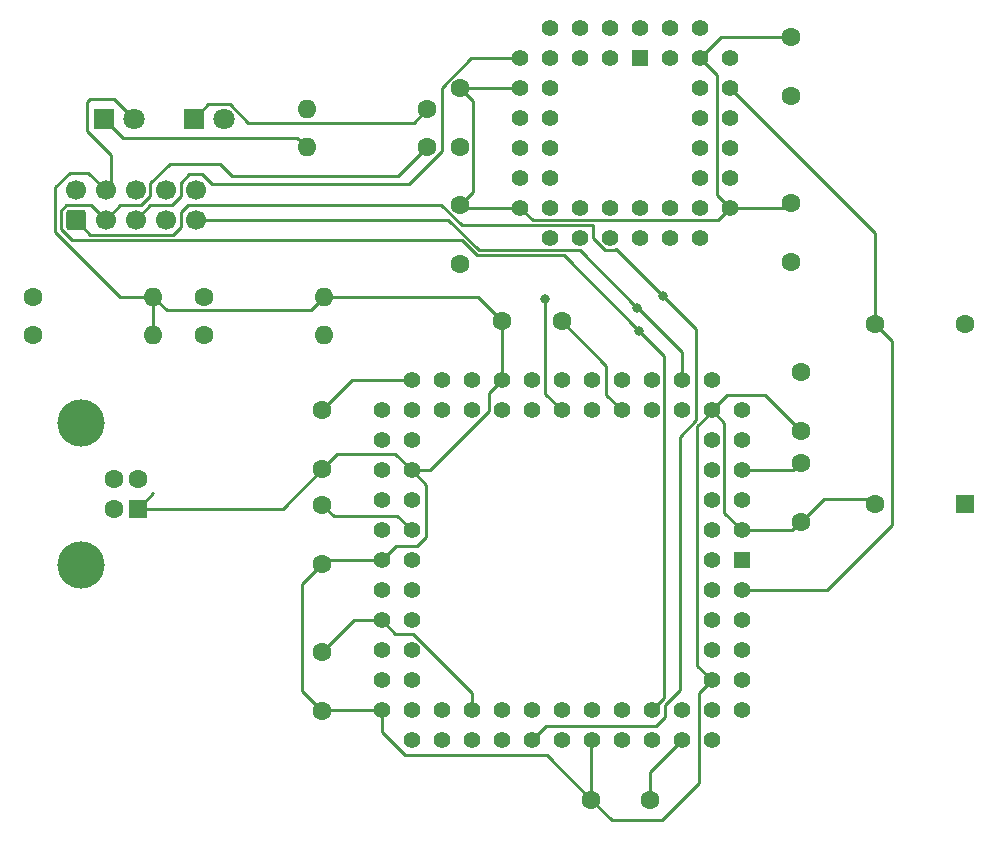
<source format=gbr>
%TF.GenerationSoftware,KiCad,Pcbnew,7.0.5*%
%TF.CreationDate,2024-01-01T15:58:53-07:00*%
%TF.ProjectId,max7000s84 programmer,6d617837-3030-4307-9338-342070726f67,rev?*%
%TF.SameCoordinates,Original*%
%TF.FileFunction,Copper,L1,Top*%
%TF.FilePolarity,Positive*%
%FSLAX46Y46*%
G04 Gerber Fmt 4.6, Leading zero omitted, Abs format (unit mm)*
G04 Created by KiCad (PCBNEW 7.0.5) date 2024-01-01 15:58:53*
%MOMM*%
%LPD*%
G01*
G04 APERTURE LIST*
G04 Aperture macros list*
%AMRoundRect*
0 Rectangle with rounded corners*
0 $1 Rounding radius*
0 $2 $3 $4 $5 $6 $7 $8 $9 X,Y pos of 4 corners*
0 Add a 4 corners polygon primitive as box body*
4,1,4,$2,$3,$4,$5,$6,$7,$8,$9,$2,$3,0*
0 Add four circle primitives for the rounded corners*
1,1,$1+$1,$2,$3*
1,1,$1+$1,$4,$5*
1,1,$1+$1,$6,$7*
1,1,$1+$1,$8,$9*
0 Add four rect primitives between the rounded corners*
20,1,$1+$1,$2,$3,$4,$5,0*
20,1,$1+$1,$4,$5,$6,$7,0*
20,1,$1+$1,$6,$7,$8,$9,0*
20,1,$1+$1,$8,$9,$2,$3,0*%
G04 Aperture macros list end*
%TA.AperFunction,ComponentPad*%
%ADD10O,1.600000X1.600000*%
%TD*%
%TA.AperFunction,ComponentPad*%
%ADD11C,1.600000*%
%TD*%
%TA.AperFunction,ComponentPad*%
%ADD12RoundRect,0.250000X0.600000X-0.600000X0.600000X0.600000X-0.600000X0.600000X-0.600000X-0.600000X0*%
%TD*%
%TA.AperFunction,ComponentPad*%
%ADD13C,1.700000*%
%TD*%
%TA.AperFunction,ComponentPad*%
%ADD14R,1.600000X1.600000*%
%TD*%
%TA.AperFunction,ComponentPad*%
%ADD15C,4.000000*%
%TD*%
%TA.AperFunction,ComponentPad*%
%ADD16R,1.422400X1.422400*%
%TD*%
%TA.AperFunction,ComponentPad*%
%ADD17C,1.422400*%
%TD*%
%TA.AperFunction,ComponentPad*%
%ADD18R,1.800000X1.800000*%
%TD*%
%TA.AperFunction,ComponentPad*%
%ADD19C,1.800000*%
%TD*%
%TA.AperFunction,ViaPad*%
%ADD20C,0.800000*%
%TD*%
%TA.AperFunction,Conductor*%
%ADD21C,0.250000*%
%TD*%
G04 APERTURE END LIST*
D10*
%TO.P,R4,2*%
%TO.N,GND*%
X95330000Y-78500000D03*
D11*
%TO.P,R4,1*%
%TO.N,/JTAG.TDI*%
X85170000Y-78500000D03*
%TD*%
%TO.P,R2,1*%
%TO.N,/JTAG.TDO*%
X70670000Y-78500000D03*
D10*
%TO.P,R2,2*%
%TO.N,VCC*%
X80830000Y-78500000D03*
%TD*%
D11*
%TO.P,R3,1*%
%TO.N,/JTAG.TMS*%
X85170000Y-75250000D03*
D10*
%TO.P,R3,2*%
%TO.N,VCC*%
X95330000Y-75250000D03*
%TD*%
D11*
%TO.P,R1,1*%
%TO.N,/JTAG.TCK*%
X70670000Y-75250000D03*
D10*
%TO.P,R1,2*%
%TO.N,VCC*%
X80830000Y-75250000D03*
%TD*%
D12*
%TO.P,J1,1,TCK*%
%TO.N,/JTAG.TCK*%
X74250000Y-68750000D03*
D13*
%TO.P,J1,2,GND*%
%TO.N,unconnected-(J1-GND-Pad2)*%
X74250000Y-66210000D03*
%TO.P,J1,3,TDO*%
%TO.N,/JTAG.TDO*%
X76790000Y-68750000D03*
%TO.P,J1,4,VCC*%
%TO.N,VCC*%
X76790000Y-66210000D03*
%TO.P,J1,5,TMS*%
%TO.N,/JTAG.TMS*%
X79330000Y-68750000D03*
%TO.P,J1,6,NC*%
%TO.N,unconnected-(J1-NC-Pad6)*%
X79330000Y-66210000D03*
%TO.P,J1,7,NC*%
%TO.N,unconnected-(J1-NC-Pad7)*%
X81870000Y-68750000D03*
%TO.P,J1,8,NC*%
%TO.N,unconnected-(J1-NC-Pad8)*%
X81870000Y-66210000D03*
%TO.P,J1,9,TDI*%
%TO.N,/JTAG.TDI*%
X84410000Y-68750000D03*
%TO.P,J1,10,GND*%
%TO.N,GND*%
X84410000Y-66210000D03*
%TD*%
D11*
%TO.P,C7,1*%
%TO.N,VCC*%
X117900000Y-117860000D03*
%TO.P,C7,2*%
%TO.N,GND*%
X122900000Y-117860000D03*
%TD*%
D14*
%TO.P,J2,1,VBUS*%
%TO.N,VCC*%
X79537500Y-93200000D03*
D11*
%TO.P,J2,2,D-*%
%TO.N,unconnected-(J2-D--Pad2)*%
X79537500Y-90700000D03*
%TO.P,J2,3,D+*%
%TO.N,unconnected-(J2-D+-Pad3)*%
X77537500Y-90700000D03*
%TO.P,J2,4,GND*%
%TO.N,GND*%
X77537500Y-93200000D03*
D15*
%TO.P,J2,5,Shield*%
X74677500Y-97950000D03*
X74677500Y-85950000D03*
%TD*%
D11*
%TO.P,C6,1*%
%TO.N,VCC*%
X95150000Y-110360000D03*
%TO.P,C6,2*%
%TO.N,GND*%
X95150000Y-105360000D03*
%TD*%
%TO.P,R6,1*%
%TO.N,Net-(D2-K)*%
X104000000Y-59400000D03*
D10*
%TO.P,R6,2*%
%TO.N,GND*%
X93840000Y-59400000D03*
%TD*%
D11*
%TO.P,R5,1*%
%TO.N,/JTAG.TDO*%
X104000000Y-62600000D03*
D10*
%TO.P,R5,2*%
%TO.N,Net-(D1-K)*%
X93840000Y-62600000D03*
%TD*%
D16*
%TO.P,U2,1,IO1(TDI)*%
%TO.N,/JTAG.TDI*%
X122070000Y-55050000D03*
D17*
%TO.P,U2,2,IO2*%
%TO.N,unconnected-(U2-IO2-Pad2)*%
X119530000Y-52510000D03*
%TO.P,U2,3,IO3*%
%TO.N,unconnected-(U2-IO3-Pad3)*%
X119530000Y-55050000D03*
%TO.P,U2,4,GND*%
%TO.N,GND*%
X116990000Y-52510000D03*
%TO.P,U2,5,IO4*%
%TO.N,unconnected-(U2-IO4-Pad5)*%
X116990000Y-55050000D03*
%TO.P,U2,6,IO5*%
%TO.N,unconnected-(U2-IO5-Pad6)*%
X114450000Y-52510000D03*
%TO.P,U2,7,IO6(TMS)*%
%TO.N,/JTAG.TMS*%
X111910000Y-55050000D03*
%TO.P,U2,8,IO7*%
%TO.N,unconnected-(U2-IO7-Pad8)*%
X114450000Y-55050000D03*
%TO.P,U2,9,VCC*%
%TO.N,VCC*%
X111910000Y-57590000D03*
%TO.P,U2,10,IO8*%
%TO.N,unconnected-(U2-IO8-Pad10)*%
X114450000Y-57590000D03*
%TO.P,U2,11,IO9*%
%TO.N,unconnected-(U2-IO9-Pad11)*%
X111910000Y-60130000D03*
%TO.P,U2,12,IO10*%
%TO.N,unconnected-(U2-IO10-Pad12)*%
X114450000Y-60130000D03*
%TO.P,U2,13,IO11*%
%TO.N,unconnected-(U2-IO11-Pad13)*%
X111910000Y-62670000D03*
%TO.P,U2,14,IO12*%
%TO.N,unconnected-(U2-IO12-Pad14)*%
X114450000Y-62670000D03*
%TO.P,U2,15,IO13*%
%TO.N,unconnected-(U2-IO13-Pad15)*%
X111910000Y-65210000D03*
%TO.P,U2,16,GND*%
%TO.N,GND*%
X114450000Y-65210000D03*
%TO.P,U2,17,VCC*%
%TO.N,VCC*%
X111910000Y-67750000D03*
%TO.P,U2,18,IO14*%
%TO.N,unconnected-(U2-IO14-Pad18)*%
X114450000Y-70290000D03*
%TO.P,U2,19,IO15*%
%TO.N,unconnected-(U2-IO15-Pad19)*%
X114450000Y-67750000D03*
%TO.P,U2,20,IO16*%
%TO.N,unconnected-(U2-IO16-Pad20)*%
X116990000Y-70290000D03*
%TO.P,U2,21,IO17*%
%TO.N,unconnected-(U2-IO17-Pad21)*%
X116990000Y-67750000D03*
%TO.P,U2,22,IO18*%
%TO.N,unconnected-(U2-IO18-Pad22)*%
X119530000Y-70290000D03*
%TO.P,U2,23,IO19*%
%TO.N,unconnected-(U2-IO19-Pad23)*%
X119530000Y-67750000D03*
%TO.P,U2,24,GND*%
%TO.N,GND*%
X122070000Y-70290000D03*
%TO.P,U2,25,IO20*%
%TO.N,unconnected-(U2-IO20-Pad25)*%
X122070000Y-67750000D03*
%TO.P,U2,26,IO21(TCK)*%
%TO.N,/JTAG.TCK*%
X124610000Y-70290000D03*
%TO.P,U2,27,IO22*%
%TO.N,unconnected-(U2-IO22-Pad27)*%
X124610000Y-67750000D03*
%TO.P,U2,28,IO23*%
%TO.N,unconnected-(U2-IO23-Pad28)*%
X127150000Y-70290000D03*
%TO.P,U2,29,VCC*%
%TO.N,VCC*%
X129690000Y-67750000D03*
%TO.P,U2,30,IO24*%
%TO.N,unconnected-(U2-IO24-Pad30)*%
X127150000Y-67750000D03*
%TO.P,U2,31,IO25*%
%TO.N,unconnected-(U2-IO25-Pad31)*%
X129690000Y-65210000D03*
%TO.P,U2,32,IO26(TDO)*%
%TO.N,/JTAG.TDO*%
X127150000Y-65210000D03*
%TO.P,U2,33,IO27*%
%TO.N,unconnected-(U2-IO27-Pad33)*%
X129690000Y-62670000D03*
%TO.P,U2,34,IO28*%
%TO.N,unconnected-(U2-IO28-Pad34)*%
X127150000Y-62670000D03*
%TO.P,U2,35,IO29*%
%TO.N,unconnected-(U2-IO29-Pad35)*%
X129690000Y-60130000D03*
%TO.P,U2,36,GND*%
%TO.N,GND*%
X127150000Y-60130000D03*
%TO.P,U2,37,IN1(GCLK1)*%
%TO.N,/CLK*%
X129690000Y-57590000D03*
%TO.P,U2,38,IN2(OE1)*%
%TO.N,unconnected-(U2-IN2(OE1)-Pad38)*%
X127150000Y-57590000D03*
%TO.P,U2,39,IN3(GCLRn)*%
%TO.N,unconnected-(U2-IN3(GCLRn)-Pad39)*%
X129690000Y-55050000D03*
%TO.P,U2,40,IN4(OE/GCLK2)*%
%TO.N,unconnected-(U2-IN4(OE{slash}GCLK2)-Pad40)*%
X127150000Y-52510000D03*
%TO.P,U2,41,VCC*%
%TO.N,VCC*%
X127150000Y-55050000D03*
%TO.P,U2,42,IO30*%
%TO.N,unconnected-(U2-IO30-Pad42)*%
X124610000Y-52510000D03*
%TO.P,U2,43,IO31*%
%TO.N,unconnected-(U2-IO31-Pad43)*%
X124610000Y-55050000D03*
%TO.P,U2,44,IO32*%
%TO.N,unconnected-(U2-IO32-Pad44)*%
X122070000Y-52510000D03*
%TD*%
D11*
%TO.P,C3,1*%
%TO.N,VCC*%
X110400000Y-77360000D03*
%TO.P,C3,2*%
%TO.N,GND*%
X115400000Y-77360000D03*
%TD*%
D16*
%TO.P,U1,1,GCLR1*%
%TO.N,unconnected-(U1-GCLR1-Pad1)*%
X130640000Y-97600000D03*
D17*
%TO.P,U1,2,GCLK2*%
%TO.N,unconnected-(U1-GCLK2-Pad2)*%
X128100000Y-97600000D03*
%TO.P,U1,3,VCC^{INT}*%
%TO.N,VCC*%
X130640000Y-95060000D03*
%TO.P,U1,4,CLK*%
%TO.N,unconnected-(U1-CLK-Pad4)*%
X128100000Y-95060000D03*
%TO.P,U1,5,~{RES}*%
%TO.N,unconnected-(U1-~{RES}-Pad5)*%
X130640000Y-92520000D03*
%TO.P,U1,6,R/~{W}*%
%TO.N,unconnected-(U1-R{slash}~{W}-Pad6)*%
X128100000Y-92520000D03*
%TO.P,U1,7,GND*%
%TO.N,GND*%
X130640000Y-89980000D03*
%TO.P,U1,8,IOSEL*%
%TO.N,unconnected-(U1-IOSEL-Pad8)*%
X128100000Y-89980000D03*
%TO.P,U1,9,~{INT}^{mem}*%
%TO.N,unconnected-(U1-~{INT}^{mem}-Pad9)*%
X130640000Y-87440000D03*
%TO.P,U1,10,E*%
%TO.N,unconnected-(U1-E-Pad10)*%
X128100000Y-87440000D03*
%TO.P,U1,11,Q*%
%TO.N,unconnected-(U1-Q-Pad11)*%
X130640000Y-84900000D03*
%TO.P,U1,12,NC*%
%TO.N,unconnected-(U1-NC-Pad12)*%
X128100000Y-82360000D03*
%TO.P,U1,13,VCC^{IO}*%
%TO.N,VCC*%
X128100000Y-84900000D03*
%TO.P,U1,14,JTAG^{TDI}*%
%TO.N,/JTAG.TDI*%
X125560000Y-82360000D03*
%TO.P,U1,15,NC*%
%TO.N,unconnected-(U1-NC-Pad15)*%
X125560000Y-84900000D03*
%TO.P,U1,16,NC*%
%TO.N,unconnected-(U1-NC-Pad16)*%
X123020000Y-82360000D03*
%TO.P,U1,17,NC*%
%TO.N,unconnected-(U1-NC-Pad17)*%
X123020000Y-84900000D03*
%TO.P,U1,18,NC*%
%TO.N,unconnected-(U1-NC-Pad18)*%
X120480000Y-82360000D03*
%TO.P,U1,19,GND*%
%TO.N,GND*%
X120480000Y-84900000D03*
%TO.P,U1,20,NC*%
%TO.N,unconnected-(U1-NC-Pad20)*%
X117940000Y-82360000D03*
%TO.P,U1,21,NC*%
%TO.N,unconnected-(U1-NC-Pad21)*%
X117940000Y-84900000D03*
%TO.P,U1,22,NC*%
%TO.N,unconnected-(U1-NC-Pad22)*%
X115400000Y-82360000D03*
%TO.P,U1,23,JTAG^{TMS}*%
%TO.N,/JTAG.TMS*%
X115400000Y-84900000D03*
%TO.P,U1,24,A^{OUT}19*%
%TO.N,unconnected-(U1-A^{OUT}19-Pad24)*%
X112860000Y-82360000D03*
%TO.P,U1,25,A^{OUT}18*%
%TO.N,unconnected-(U1-A^{OUT}18-Pad25)*%
X112860000Y-84900000D03*
%TO.P,U1,26,VCC^{IO}*%
%TO.N,VCC*%
X110320000Y-82360000D03*
%TO.P,U1,27,NC*%
%TO.N,unconnected-(U1-NC-Pad27)*%
X110320000Y-84900000D03*
%TO.P,U1,28,A^{OUT}17*%
%TO.N,unconnected-(U1-A^{OUT}17-Pad28)*%
X107780000Y-82360000D03*
%TO.P,U1,29,A^{OUT}16*%
%TO.N,unconnected-(U1-A^{OUT}16-Pad29)*%
X107780000Y-84900000D03*
%TO.P,U1,30,A^{OUT}15*%
%TO.N,unconnected-(U1-A^{OUT}15-Pad30)*%
X105240000Y-82360000D03*
%TO.P,U1,31,A^{OUT}14*%
%TO.N,unconnected-(U1-A^{OUT}14-Pad31)*%
X105240000Y-84900000D03*
%TO.P,U1,32,GND*%
%TO.N,GND*%
X102700000Y-82360000D03*
%TO.P,U1,33,A^{OUT}13*%
%TO.N,unconnected-(U1-A^{OUT}13-Pad33)*%
X100160000Y-84900000D03*
%TO.P,U1,34,A^{OUT}12*%
%TO.N,unconnected-(U1-A^{OUT}12-Pad34)*%
X102700000Y-84900000D03*
%TO.P,U1,35,A^{OUT}11*%
%TO.N,unconnected-(U1-A^{OUT}11-Pad35)*%
X100160000Y-87440000D03*
%TO.P,U1,36,A^{OUT}10*%
%TO.N,unconnected-(U1-A^{OUT}10-Pad36)*%
X102700000Y-87440000D03*
%TO.P,U1,37,A^{OUT}9*%
%TO.N,unconnected-(U1-A^{OUT}9-Pad37)*%
X100160000Y-89980000D03*
%TO.P,U1,38,VCC^{IO}*%
%TO.N,VCC*%
X102700000Y-89980000D03*
%TO.P,U1,39,A^{OUT}8*%
%TO.N,unconnected-(U1-A^{OUT}8-Pad39)*%
X100160000Y-92520000D03*
%TO.P,U1,40,A^{OUT}7*%
%TO.N,unconnected-(U1-A^{OUT}7-Pad40)*%
X102700000Y-92520000D03*
%TO.P,U1,41,A^{OUT}6*%
%TO.N,unconnected-(U1-A^{OUT}6-Pad41)*%
X100160000Y-95060000D03*
%TO.P,U1,42,GND*%
%TO.N,GND*%
X102700000Y-95060000D03*
%TO.P,U1,43,VCC^{INT}*%
%TO.N,VCC*%
X100160000Y-97600000D03*
%TO.P,U1,44,A^{OUT}5*%
%TO.N,unconnected-(U1-A^{OUT}5-Pad44)*%
X102700000Y-97600000D03*
%TO.P,U1,45,A^{OUT}4*%
%TO.N,unconnected-(U1-A^{OUT}4-Pad45)*%
X100160000Y-100140000D03*
%TO.P,U1,46,A^{OUT}3*%
%TO.N,unconnected-(U1-A^{OUT}3-Pad46)*%
X102700000Y-100140000D03*
%TO.P,U1,47,GND*%
%TO.N,GND*%
X100160000Y-102680000D03*
%TO.P,U1,48,A^{OUT}2*%
%TO.N,unconnected-(U1-A^{OUT}2-Pad48)*%
X102700000Y-102680000D03*
%TO.P,U1,49,A^{OUT}1*%
%TO.N,unconnected-(U1-A^{OUT}1-Pad49)*%
X100160000Y-105220000D03*
%TO.P,U1,50,A^{OUT}0*%
%TO.N,unconnected-(U1-A^{OUT}0-Pad50)*%
X102700000Y-105220000D03*
%TO.P,U1,51,D7*%
%TO.N,unconnected-(U1-D7-Pad51)*%
X100160000Y-107760000D03*
%TO.P,U1,52,D6*%
%TO.N,unconnected-(U1-D6-Pad52)*%
X102700000Y-107760000D03*
%TO.P,U1,53,VCC^{IO}*%
%TO.N,VCC*%
X100160000Y-110300000D03*
%TO.P,U1,54,D5*%
%TO.N,unconnected-(U1-D5-Pad54)*%
X102700000Y-112840000D03*
%TO.P,U1,55,D4*%
%TO.N,unconnected-(U1-D4-Pad55)*%
X102700000Y-110300000D03*
%TO.P,U1,56,D3*%
%TO.N,unconnected-(U1-D3-Pad56)*%
X105240000Y-112840000D03*
%TO.P,U1,57,D2*%
%TO.N,unconnected-(U1-D2-Pad57)*%
X105240000Y-110300000D03*
%TO.P,U1,58,D1*%
%TO.N,unconnected-(U1-D1-Pad58)*%
X107780000Y-112840000D03*
%TO.P,U1,59,GND*%
%TO.N,GND*%
X107780000Y-110300000D03*
%TO.P,U1,60,D0*%
%TO.N,unconnected-(U1-D0-Pad60)*%
X110320000Y-112840000D03*
%TO.P,U1,61,A^{IN}15*%
%TO.N,unconnected-(U1-A^{IN}15-Pad61)*%
X110320000Y-110300000D03*
%TO.P,U1,62,JTAG^{TCK}*%
%TO.N,/JTAG.TCK*%
X112860000Y-112840000D03*
%TO.P,U1,63,A^{IN}14*%
%TO.N,unconnected-(U1-A^{IN}14-Pad63)*%
X112860000Y-110300000D03*
%TO.P,U1,64,A^{IN}13*%
%TO.N,unconnected-(U1-A^{IN}13-Pad64)*%
X115400000Y-112840000D03*
%TO.P,U1,65,A^{IN}12*%
%TO.N,unconnected-(U1-A^{IN}12-Pad65)*%
X115400000Y-110300000D03*
%TO.P,U1,66,VCC^{IO}*%
%TO.N,VCC*%
X117940000Y-112840000D03*
%TO.P,U1,67,A^{IN}11*%
%TO.N,unconnected-(U1-A^{IN}11-Pad67)*%
X117940000Y-110300000D03*
%TO.P,U1,68,A^{IN}10*%
%TO.N,unconnected-(U1-A^{IN}10-Pad68)*%
X120480000Y-112840000D03*
%TO.P,U1,69,A^{IN}9*%
%TO.N,unconnected-(U1-A^{IN}9-Pad69)*%
X120480000Y-110300000D03*
%TO.P,U1,70,A^{IN}8*%
%TO.N,unconnected-(U1-A^{IN}8-Pad70)*%
X123020000Y-112840000D03*
%TO.P,U1,71,JTAG^{TDO}*%
%TO.N,/JTAG.TDO*%
X123020000Y-110300000D03*
%TO.P,U1,72,GND*%
%TO.N,GND*%
X125560000Y-112840000D03*
%TO.P,U1,73,A^{IN}7*%
%TO.N,unconnected-(U1-A^{IN}7-Pad73)*%
X125560000Y-110300000D03*
%TO.P,U1,74,A^{IN}6*%
%TO.N,unconnected-(U1-A^{IN}6-Pad74)*%
X128100000Y-112840000D03*
%TO.P,U1,75,A^{IN}5*%
%TO.N,unconnected-(U1-A^{IN}5-Pad75)*%
X130640000Y-110300000D03*
%TO.P,U1,76,A^{IN}4*%
%TO.N,unconnected-(U1-A^{IN}4-Pad76)*%
X128100000Y-110300000D03*
%TO.P,U1,77,A^{IN}3*%
%TO.N,unconnected-(U1-A^{IN}3-Pad77)*%
X130640000Y-107760000D03*
%TO.P,U1,78,VCC^{IO}*%
%TO.N,VCC*%
X128100000Y-107760000D03*
%TO.P,U1,79,A^{IN}2*%
%TO.N,unconnected-(U1-A^{IN}2-Pad79)*%
X130640000Y-105220000D03*
%TO.P,U1,80,A^{IN}1*%
%TO.N,unconnected-(U1-A^{IN}1-Pad80)*%
X128100000Y-105220000D03*
%TO.P,U1,81,A^{IN}0*%
%TO.N,unconnected-(U1-A^{IN}0-Pad81)*%
X130640000Y-102680000D03*
%TO.P,U1,82,GND*%
%TO.N,GND*%
X128100000Y-102680000D03*
%TO.P,U1,83,GLCK1*%
%TO.N,/CLK*%
X130640000Y-100140000D03*
%TO.P,U1,84,GOE1*%
%TO.N,unconnected-(U1-GOE1-Pad84)*%
X128100000Y-100140000D03*
%TD*%
D11*
%TO.P,C4,1*%
%TO.N,VCC*%
X95150000Y-89860000D03*
%TO.P,C4,2*%
%TO.N,GND*%
X95150000Y-84860000D03*
%TD*%
D18*
%TO.P,D1,1,K*%
%TO.N,Net-(D1-K)*%
X76660000Y-60200000D03*
D19*
%TO.P,D1,2,A*%
%TO.N,VCC*%
X79200000Y-60200000D03*
%TD*%
D18*
%TO.P,D2,1,K*%
%TO.N,Net-(D2-K)*%
X84260000Y-60200000D03*
D19*
%TO.P,D2,2,A*%
%TO.N,/JTAG.TDI*%
X86800000Y-60200000D03*
%TD*%
D11*
%TO.P,C1,1*%
%TO.N,VCC*%
X135650000Y-94360000D03*
%TO.P,C1,2*%
%TO.N,GND*%
X135650000Y-89360000D03*
%TD*%
%TO.P,C5,1*%
%TO.N,VCC*%
X95150000Y-97860000D03*
%TO.P,C5,2*%
%TO.N,GND*%
X95150000Y-92860000D03*
%TD*%
%TO.P,C11,1*%
%TO.N,VCC*%
X134800000Y-53300000D03*
%TO.P,C11,2*%
%TO.N,GND*%
X134800000Y-58300000D03*
%TD*%
D14*
%TO.P,X1,1,EN*%
%TO.N,unconnected-(X1-EN-Pad1)*%
X149600000Y-92800000D03*
D11*
%TO.P,X1,7,GND*%
%TO.N,GND*%
X149600000Y-77560000D03*
%TO.P,X1,8,OUT*%
%TO.N,/CLK*%
X141980000Y-77560000D03*
%TO.P,X1,14,Vcc*%
%TO.N,VCC*%
X141980000Y-92800000D03*
%TD*%
%TO.P,C8,1*%
%TO.N,VCC*%
X106800000Y-57600000D03*
%TO.P,C8,2*%
%TO.N,GND*%
X106800000Y-62600000D03*
%TD*%
%TO.P,C9,1*%
%TO.N,VCC*%
X106800000Y-67500000D03*
%TO.P,C9,2*%
%TO.N,GND*%
X106800000Y-72500000D03*
%TD*%
%TO.P,C2,1*%
%TO.N,VCC*%
X135650000Y-86610000D03*
%TO.P,C2,2*%
%TO.N,GND*%
X135650000Y-81610000D03*
%TD*%
%TO.P,C10,1*%
%TO.N,VCC*%
X134800000Y-67300000D03*
%TO.P,C10,2*%
%TO.N,GND*%
X134800000Y-72300000D03*
%TD*%
D20*
%TO.N,/JTAG.TMS*%
X114000000Y-75500000D03*
%TO.N,/JTAG.TDO*%
X122000000Y-78200000D03*
%TO.N,/JTAG.TDI*%
X121800000Y-76200000D03*
%TO.N,/JTAG.TCK*%
X124000000Y-75200000D03*
%TD*%
D21*
%TO.N,VCC*%
X78050000Y-75250000D02*
X72550000Y-69750000D01*
X72550000Y-69750000D02*
X72550000Y-69500000D01*
X80830000Y-75250000D02*
X78050000Y-75250000D01*
X72550000Y-69500000D02*
X72550000Y-65974150D01*
%TO.N,/JTAG.TMS*%
X114000000Y-83500000D02*
X115400000Y-84900000D01*
X114000000Y-75500000D02*
X114000000Y-83500000D01*
%TO.N,VCC*%
X107925000Y-58725000D02*
X106800000Y-57600000D01*
X106800000Y-67500000D02*
X107925000Y-66375000D01*
X107925000Y-66375000D02*
X107925000Y-58725000D01*
X73774150Y-64750000D02*
X75330000Y-64750000D01*
X72550000Y-65974150D02*
X73774150Y-64750000D01*
X75330000Y-64750000D02*
X76790000Y-66210000D01*
X77250000Y-65750000D02*
X76790000Y-66210000D01*
X75250000Y-58750000D02*
X75250000Y-61240000D01*
X75250000Y-61240000D02*
X77250000Y-63240000D01*
X77250000Y-63240000D02*
X77250000Y-65750000D01*
X75500000Y-58500000D02*
X75250000Y-58750000D01*
X79200000Y-60200000D02*
X77500000Y-58500000D01*
X77500000Y-58500000D02*
X75500000Y-58500000D01*
X91810000Y-93200000D02*
X95150000Y-89860000D01*
X79537500Y-93200000D02*
X91810000Y-93200000D01*
X79537500Y-93200000D02*
X80830000Y-91907500D01*
X76790000Y-65910000D02*
X76790000Y-66210000D01*
%TO.N,/JTAG.TDO*%
X78058223Y-67481777D02*
X76790000Y-68750000D01*
X80571377Y-66733623D02*
X79823223Y-67481777D01*
X86500000Y-64000000D02*
X82250000Y-64000000D01*
X82250000Y-64000000D02*
X80571377Y-65678623D01*
X80571377Y-65678623D02*
X80571377Y-66733623D01*
X101565000Y-65035000D02*
X87535000Y-65035000D01*
X87535000Y-65035000D02*
X86500000Y-64000000D01*
X79823223Y-67481777D02*
X78058223Y-67481777D01*
X104000000Y-62600000D02*
X101565000Y-65035000D01*
%TO.N,/JTAG.TMS*%
X80598223Y-67481777D02*
X79330000Y-68750000D01*
X82449924Y-67481777D02*
X80598223Y-67481777D01*
X83151159Y-66780542D02*
X82449924Y-67481777D01*
X83151159Y-65617481D02*
X83151159Y-66780542D01*
X83866645Y-64901995D02*
X83151159Y-65617481D01*
X102467692Y-65723299D02*
X85779150Y-65723299D01*
X105250000Y-62940991D02*
X102467692Y-65723299D01*
X85779150Y-65723299D02*
X84957846Y-64901995D01*
X107759009Y-55050000D02*
X105250000Y-57559009D01*
X105250000Y-57559009D02*
X105250000Y-62940991D01*
X111910000Y-55050000D02*
X107759009Y-55050000D01*
X84957846Y-64901995D02*
X83866645Y-64901995D01*
%TO.N,/JTAG.TDO*%
X115576200Y-71776200D02*
X122000000Y-78200000D01*
X108212417Y-71776200D02*
X115576200Y-71776200D01*
X73000000Y-69513173D02*
X73986827Y-70500000D01*
X73000000Y-67986827D02*
X73000000Y-69513173D01*
X73474818Y-67512009D02*
X73000000Y-67986827D01*
X73986827Y-70500000D02*
X106936217Y-70500000D01*
X106936217Y-70500000D02*
X108212417Y-71776200D01*
X75552009Y-67512009D02*
X73474818Y-67512009D01*
X76790000Y-68750000D02*
X75552009Y-67512009D01*
%TO.N,/JTAG.TCK*%
X75500000Y-70000000D02*
X74250000Y-68750000D01*
X82487153Y-70000000D02*
X75500000Y-70000000D01*
X83141081Y-69346072D02*
X82487153Y-70000000D01*
X83141081Y-68108919D02*
X83141081Y-69346072D01*
X83750000Y-67500000D02*
X83141081Y-68108919D01*
X106945209Y-69236200D02*
X105209009Y-67500000D01*
X118036200Y-69236200D02*
X106945209Y-69236200D01*
X105209009Y-67500000D02*
X83750000Y-67500000D01*
X118036200Y-70261609D02*
X118036200Y-69236200D01*
X119100791Y-71326200D02*
X118036200Y-70261609D01*
X120042704Y-71242704D02*
X119959209Y-71326200D01*
X124000000Y-75200000D02*
X120042704Y-71242704D01*
X119959209Y-71326200D02*
X119100791Y-71326200D01*
%TO.N,VCC*%
X108290000Y-75250000D02*
X110400000Y-77360000D01*
X95330000Y-75250000D02*
X108290000Y-75250000D01*
X81955000Y-76375000D02*
X94205000Y-76375000D01*
X80830000Y-75250000D02*
X81955000Y-76375000D01*
X94205000Y-76375000D02*
X95330000Y-75250000D01*
X80830000Y-78500000D02*
X80830000Y-75250000D01*
%TO.N,/JTAG.TDI*%
X108398813Y-71326200D02*
X116926200Y-71326200D01*
X116926200Y-71326200D02*
X121800000Y-76200000D01*
X105822613Y-68750000D02*
X108398813Y-71326200D01*
X84410000Y-68750000D02*
X105822613Y-68750000D01*
%TO.N,VCC*%
X100160000Y-112120000D02*
X100160000Y-110300000D01*
X129690000Y-67750000D02*
X128600000Y-66660000D01*
X109283800Y-84976200D02*
X109283800Y-83396200D01*
X132650000Y-83610000D02*
X135650000Y-86610000D01*
X129690000Y-67750000D02*
X128653800Y-68786200D01*
X128100000Y-107760000D02*
X127063800Y-108796200D01*
X95210000Y-110300000D02*
X95150000Y-110360000D01*
X111910000Y-67750000D02*
X107050000Y-67750000D01*
X96400000Y-88610000D02*
X95150000Y-89860000D01*
X129136200Y-85936200D02*
X128100000Y-84900000D01*
X112946200Y-68786200D02*
X111910000Y-67750000D01*
X106810000Y-57590000D02*
X106800000Y-57600000D01*
X117900000Y-117860000D02*
X114150000Y-114110000D01*
X141980000Y-92800000D02*
X141600000Y-92420000D01*
X111910000Y-57590000D02*
X106810000Y-57590000D01*
X130640000Y-95060000D02*
X129136200Y-93556200D01*
X128653800Y-68786200D02*
X112946200Y-68786200D01*
X127063800Y-116446200D02*
X123900000Y-119610000D01*
X102700000Y-89980000D02*
X104280000Y-89980000D01*
X129690000Y-67750000D02*
X134350000Y-67750000D01*
X101330000Y-88610000D02*
X96400000Y-88610000D01*
X110320000Y-82360000D02*
X110320000Y-77440000D01*
X126900000Y-106560000D02*
X126900000Y-86246396D01*
X119650000Y-119610000D02*
X117900000Y-117860000D01*
X127063800Y-108796200D02*
X127063800Y-116446200D01*
X123900000Y-119610000D02*
X119650000Y-119610000D01*
X127150000Y-55050000D02*
X128900000Y-53300000D01*
X114150000Y-114110000D02*
X102150000Y-114110000D01*
X126900000Y-86246396D02*
X128100000Y-85046396D01*
X109283800Y-83396200D02*
X110320000Y-82360000D01*
X103150000Y-96360000D02*
X103900000Y-95610000D01*
X128600000Y-56500000D02*
X127150000Y-55050000D01*
X103900000Y-95610000D02*
X103900000Y-91180000D01*
X128100000Y-84900000D02*
X129390000Y-83610000D01*
X102700000Y-89980000D02*
X101330000Y-88610000D01*
X79537500Y-93200000D02*
X79537500Y-93212500D01*
X129136200Y-93556200D02*
X129136200Y-85936200D01*
X128600000Y-66660000D02*
X128600000Y-56500000D01*
X134950000Y-95060000D02*
X135650000Y-94360000D01*
X103900000Y-91180000D02*
X102700000Y-89980000D01*
X110320000Y-77440000D02*
X110400000Y-77360000D01*
X117900000Y-112880000D02*
X117940000Y-112840000D01*
X128900000Y-53300000D02*
X134800000Y-53300000D01*
X117900000Y-117860000D02*
X117900000Y-112880000D01*
X141600000Y-92420000D02*
X137590000Y-92420000D01*
X95150000Y-110360000D02*
X93400000Y-108610000D01*
X100160000Y-110300000D02*
X95210000Y-110300000D01*
X129390000Y-83610000D02*
X132650000Y-83610000D01*
X102150000Y-114110000D02*
X100160000Y-112120000D01*
X93400000Y-99610000D02*
X95150000Y-97860000D01*
X104280000Y-89980000D02*
X109283800Y-84976200D01*
X130640000Y-95060000D02*
X134950000Y-95060000D01*
X107050000Y-67750000D02*
X106800000Y-67500000D01*
X100160000Y-97600000D02*
X101400000Y-96360000D01*
X128100000Y-107760000D02*
X126900000Y-106560000D01*
X134350000Y-67750000D02*
X134800000Y-67300000D01*
X128100000Y-85046396D02*
X128100000Y-84900000D01*
X101400000Y-96360000D02*
X103150000Y-96360000D01*
X93400000Y-108610000D02*
X93400000Y-99610000D01*
X95410000Y-97600000D02*
X95150000Y-97860000D01*
X137590000Y-92420000D02*
X135650000Y-94360000D01*
X100160000Y-97600000D02*
X95410000Y-97600000D01*
%TO.N,GND*%
X97830000Y-102680000D02*
X95150000Y-105360000D01*
X102700000Y-95060000D02*
X101500000Y-93860000D01*
X122900000Y-115500000D02*
X125560000Y-112840000D01*
X130640000Y-89980000D02*
X135030000Y-89980000D01*
X96150000Y-93860000D02*
X95150000Y-92860000D01*
X102805409Y-103860000D02*
X101340000Y-103860000D01*
X122900000Y-117860000D02*
X122900000Y-115500000D01*
X120480000Y-84900000D02*
X119150000Y-83570000D01*
X97650000Y-82360000D02*
X95150000Y-84860000D01*
X119150000Y-81110000D02*
X115400000Y-77360000D01*
X102700000Y-82360000D02*
X97650000Y-82360000D01*
X135030000Y-89980000D02*
X135650000Y-89360000D01*
X119150000Y-83570000D02*
X119150000Y-81110000D01*
X101340000Y-103860000D02*
X100160000Y-102680000D01*
X107780000Y-110300000D02*
X107780000Y-108834591D01*
X100160000Y-102680000D02*
X97830000Y-102680000D01*
X107780000Y-108834591D02*
X102805409Y-103860000D01*
X101500000Y-93860000D02*
X96150000Y-93860000D01*
%TO.N,/JTAG.TDO*%
X122000000Y-78200000D02*
X124100001Y-80300001D01*
X124100001Y-80300001D02*
X124100001Y-109219999D01*
X124100001Y-109219999D02*
X123020000Y-110300000D01*
%TO.N,/JTAG.TDI*%
X125560000Y-79923604D02*
X125560000Y-82360000D01*
X121836396Y-76200000D02*
X125560000Y-79923604D01*
X121800000Y-76200000D02*
X121836396Y-76200000D01*
%TO.N,/JTAG.TCK*%
X123412705Y-111610000D02*
X124150000Y-110872705D01*
X126800000Y-78000000D02*
X124000000Y-75200000D01*
X112860000Y-112840000D02*
X114090000Y-111610000D01*
X114090000Y-111610000D02*
X123412705Y-111610000D01*
X124150000Y-109806396D02*
X125400000Y-108556396D01*
X125400000Y-108556396D02*
X125400000Y-87110000D01*
X124150000Y-110872705D02*
X124150000Y-109806396D01*
X126800000Y-85710000D02*
X126800000Y-78000000D01*
X125400000Y-87110000D02*
X126800000Y-85710000D01*
%TO.N,/CLK*%
X141980000Y-77560000D02*
X141980000Y-69880000D01*
X143400000Y-78980000D02*
X141980000Y-77560000D01*
X141980000Y-69880000D02*
X129690000Y-57590000D01*
X137860000Y-100140000D02*
X143400000Y-94600000D01*
X130640000Y-100140000D02*
X137860000Y-100140000D01*
X143400000Y-94600000D02*
X143400000Y-78980000D01*
%TO.N,Net-(D1-K)*%
X93040001Y-61800001D02*
X78260001Y-61800001D01*
X78260001Y-61800001D02*
X76660000Y-60200000D01*
X93840000Y-62600000D02*
X93040001Y-61800001D01*
%TO.N,Net-(D2-K)*%
X87307412Y-58975000D02*
X85485000Y-58975000D01*
X88857412Y-60525000D02*
X87307412Y-58975000D01*
X102875000Y-60525000D02*
X88857412Y-60525000D01*
X85485000Y-58975000D02*
X84260000Y-60200000D01*
X104000000Y-59400000D02*
X102875000Y-60525000D01*
%TD*%
M02*

</source>
